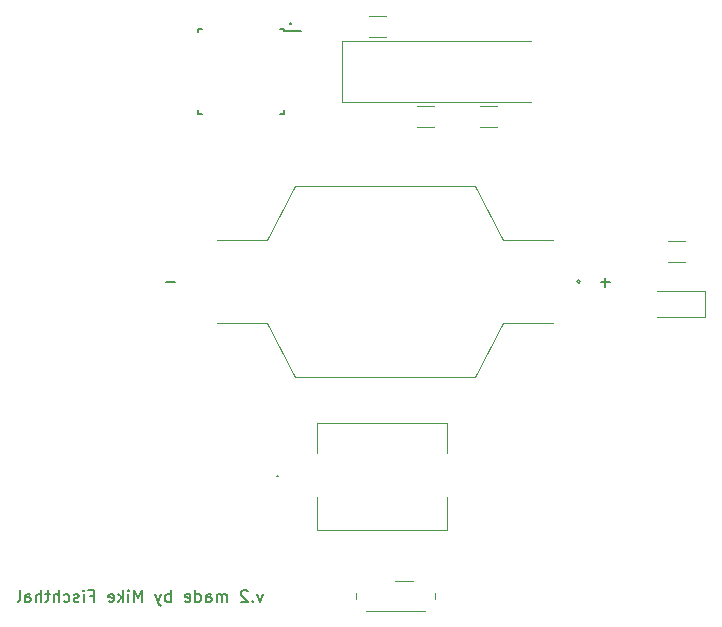
<source format=gbr>
%TF.GenerationSoftware,KiCad,Pcbnew,(6.0.0)*%
%TF.CreationDate,2022-03-26T12:46:50-04:00*%
%TF.ProjectId,old,6f6c642e-6b69-4636-9164-5f7063625858,rev?*%
%TF.SameCoordinates,Original*%
%TF.FileFunction,Legend,Bot*%
%TF.FilePolarity,Positive*%
%FSLAX46Y46*%
G04 Gerber Fmt 4.6, Leading zero omitted, Abs format (unit mm)*
G04 Created by KiCad (PCBNEW (6.0.0)) date 2022-03-26 12:46:50*
%MOMM*%
%LPD*%
G01*
G04 APERTURE LIST*
%ADD10C,0.150000*%
%ADD11C,0.120000*%
%ADD12C,0.200000*%
%ADD13C,0.100000*%
G04 APERTURE END LIST*
D10*
X134817142Y-124245714D02*
X134579047Y-124912380D01*
X134340952Y-124245714D01*
X133960000Y-124817142D02*
X133912380Y-124864761D01*
X133960000Y-124912380D01*
X134007619Y-124864761D01*
X133960000Y-124817142D01*
X133960000Y-124912380D01*
X133531428Y-124007619D02*
X133483809Y-123960000D01*
X133388571Y-123912380D01*
X133150476Y-123912380D01*
X133055238Y-123960000D01*
X133007619Y-124007619D01*
X132960000Y-124102857D01*
X132960000Y-124198095D01*
X133007619Y-124340952D01*
X133579047Y-124912380D01*
X132960000Y-124912380D01*
X131769523Y-124912380D02*
X131769523Y-124245714D01*
X131769523Y-124340952D02*
X131721904Y-124293333D01*
X131626666Y-124245714D01*
X131483809Y-124245714D01*
X131388571Y-124293333D01*
X131340952Y-124388571D01*
X131340952Y-124912380D01*
X131340952Y-124388571D02*
X131293333Y-124293333D01*
X131198095Y-124245714D01*
X131055238Y-124245714D01*
X130960000Y-124293333D01*
X130912380Y-124388571D01*
X130912380Y-124912380D01*
X130007619Y-124912380D02*
X130007619Y-124388571D01*
X130055238Y-124293333D01*
X130150476Y-124245714D01*
X130340952Y-124245714D01*
X130436190Y-124293333D01*
X130007619Y-124864761D02*
X130102857Y-124912380D01*
X130340952Y-124912380D01*
X130436190Y-124864761D01*
X130483809Y-124769523D01*
X130483809Y-124674285D01*
X130436190Y-124579047D01*
X130340952Y-124531428D01*
X130102857Y-124531428D01*
X130007619Y-124483809D01*
X129102857Y-124912380D02*
X129102857Y-123912380D01*
X129102857Y-124864761D02*
X129198095Y-124912380D01*
X129388571Y-124912380D01*
X129483809Y-124864761D01*
X129531428Y-124817142D01*
X129579047Y-124721904D01*
X129579047Y-124436190D01*
X129531428Y-124340952D01*
X129483809Y-124293333D01*
X129388571Y-124245714D01*
X129198095Y-124245714D01*
X129102857Y-124293333D01*
X128245714Y-124864761D02*
X128340952Y-124912380D01*
X128531428Y-124912380D01*
X128626666Y-124864761D01*
X128674285Y-124769523D01*
X128674285Y-124388571D01*
X128626666Y-124293333D01*
X128531428Y-124245714D01*
X128340952Y-124245714D01*
X128245714Y-124293333D01*
X128198095Y-124388571D01*
X128198095Y-124483809D01*
X128674285Y-124579047D01*
X127007619Y-124912380D02*
X127007619Y-123912380D01*
X127007619Y-124293333D02*
X126912380Y-124245714D01*
X126721904Y-124245714D01*
X126626666Y-124293333D01*
X126579047Y-124340952D01*
X126531428Y-124436190D01*
X126531428Y-124721904D01*
X126579047Y-124817142D01*
X126626666Y-124864761D01*
X126721904Y-124912380D01*
X126912380Y-124912380D01*
X127007619Y-124864761D01*
X126198095Y-124245714D02*
X125960000Y-124912380D01*
X125721904Y-124245714D02*
X125960000Y-124912380D01*
X126055238Y-125150476D01*
X126102857Y-125198095D01*
X126198095Y-125245714D01*
X124579047Y-124912380D02*
X124579047Y-123912380D01*
X124245714Y-124626666D01*
X123912380Y-123912380D01*
X123912380Y-124912380D01*
X123436190Y-124912380D02*
X123436190Y-124245714D01*
X123436190Y-123912380D02*
X123483809Y-123960000D01*
X123436190Y-124007619D01*
X123388571Y-123960000D01*
X123436190Y-123912380D01*
X123436190Y-124007619D01*
X122960000Y-124912380D02*
X122960000Y-123912380D01*
X122864761Y-124531428D02*
X122579047Y-124912380D01*
X122579047Y-124245714D02*
X122960000Y-124626666D01*
X121769523Y-124864761D02*
X121864761Y-124912380D01*
X122055238Y-124912380D01*
X122150476Y-124864761D01*
X122198095Y-124769523D01*
X122198095Y-124388571D01*
X122150476Y-124293333D01*
X122055238Y-124245714D01*
X121864761Y-124245714D01*
X121769523Y-124293333D01*
X121721904Y-124388571D01*
X121721904Y-124483809D01*
X122198095Y-124579047D01*
X120198095Y-124388571D02*
X120531428Y-124388571D01*
X120531428Y-124912380D02*
X120531428Y-123912380D01*
X120055238Y-123912380D01*
X119674285Y-124912380D02*
X119674285Y-124245714D01*
X119674285Y-123912380D02*
X119721904Y-123960000D01*
X119674285Y-124007619D01*
X119626666Y-123960000D01*
X119674285Y-123912380D01*
X119674285Y-124007619D01*
X119245714Y-124864761D02*
X119150476Y-124912380D01*
X118960000Y-124912380D01*
X118864761Y-124864761D01*
X118817142Y-124769523D01*
X118817142Y-124721904D01*
X118864761Y-124626666D01*
X118960000Y-124579047D01*
X119102857Y-124579047D01*
X119198095Y-124531428D01*
X119245714Y-124436190D01*
X119245714Y-124388571D01*
X119198095Y-124293333D01*
X119102857Y-124245714D01*
X118960000Y-124245714D01*
X118864761Y-124293333D01*
X117960000Y-124864761D02*
X118055238Y-124912380D01*
X118245714Y-124912380D01*
X118340952Y-124864761D01*
X118388571Y-124817142D01*
X118436190Y-124721904D01*
X118436190Y-124436190D01*
X118388571Y-124340952D01*
X118340952Y-124293333D01*
X118245714Y-124245714D01*
X118055238Y-124245714D01*
X117960000Y-124293333D01*
X117531428Y-124912380D02*
X117531428Y-123912380D01*
X117102857Y-124912380D02*
X117102857Y-124388571D01*
X117150476Y-124293333D01*
X117245714Y-124245714D01*
X117388571Y-124245714D01*
X117483809Y-124293333D01*
X117531428Y-124340952D01*
X116769523Y-124245714D02*
X116388571Y-124245714D01*
X116626666Y-123912380D02*
X116626666Y-124769523D01*
X116579047Y-124864761D01*
X116483809Y-124912380D01*
X116388571Y-124912380D01*
X116055238Y-124912380D02*
X116055238Y-123912380D01*
X115626666Y-124912380D02*
X115626666Y-124388571D01*
X115674285Y-124293333D01*
X115769523Y-124245714D01*
X115912380Y-124245714D01*
X116007619Y-124293333D01*
X116055238Y-124340952D01*
X114721904Y-124912380D02*
X114721904Y-124388571D01*
X114769523Y-124293333D01*
X114864761Y-124245714D01*
X115055238Y-124245714D01*
X115150476Y-124293333D01*
X114721904Y-124864761D02*
X114817142Y-124912380D01*
X115055238Y-124912380D01*
X115150476Y-124864761D01*
X115198095Y-124769523D01*
X115198095Y-124674285D01*
X115150476Y-124579047D01*
X115055238Y-124531428D01*
X114817142Y-124531428D01*
X114721904Y-124483809D01*
X114102857Y-124912380D02*
X114198095Y-124864761D01*
X114245714Y-124769523D01*
X114245714Y-123912380D01*
X137160000Y-75922142D02*
X137112380Y-75969761D01*
X137160000Y-76017380D01*
X137207619Y-75969761D01*
X137160000Y-75922142D01*
X137160000Y-76017380D01*
X127380952Y-97861428D02*
X126619047Y-97861428D01*
X164210952Y-97861428D02*
X163449047Y-97861428D01*
X163830000Y-98242380D02*
X163830000Y-97480476D01*
D11*
%TO.C,Y1*%
X141560000Y-82560000D02*
X141560000Y-77460000D01*
X141560000Y-77460000D02*
X157535000Y-77460000D01*
X157535000Y-82560000D02*
X141560000Y-82560000D01*
D12*
%TO.C,LS1*%
X136030000Y-114300000D02*
X136030000Y-114300000D01*
X136130000Y-114300000D02*
X136130000Y-114300000D01*
X136030000Y-114300000D02*
X136030000Y-114300000D01*
D13*
X150430000Y-112300000D02*
X150430000Y-109800000D01*
X150430000Y-109800000D02*
X139430000Y-109800000D01*
X139430000Y-109800000D02*
X139430000Y-112300000D01*
X150430000Y-116050000D02*
X150430000Y-118800000D01*
X150430000Y-118800000D02*
X139430000Y-118800000D01*
X139430000Y-118800000D02*
X139430000Y-116050000D01*
D12*
X136130000Y-114300000D02*
G75*
G03*
X136030000Y-114300000I-50000J0D01*
G01*
X136030000Y-114300000D02*
G75*
G03*
X136130000Y-114300000I50000J0D01*
G01*
X136130000Y-114300000D02*
G75*
G03*
X136030000Y-114300000I-50000J0D01*
G01*
D13*
%TO.C,S1*%
X147550000Y-123130000D02*
X146050000Y-123130000D01*
X148550000Y-125730000D02*
X143550000Y-125730000D01*
X149400000Y-124680000D02*
X149400000Y-124180000D01*
X142700000Y-124680000D02*
X142700000Y-124180000D01*
D11*
%TO.C,R1*%
X145227064Y-75290000D02*
X143772936Y-75290000D01*
X145227064Y-77110000D02*
X143772936Y-77110000D01*
%TO.C,C2*%
X154673752Y-84730000D02*
X153251248Y-84730000D01*
X154673752Y-82910000D02*
X153251248Y-82910000D01*
%TO.C,D5*%
X168162500Y-98560000D02*
X172222500Y-98560000D01*
X172222500Y-100830000D02*
X168162500Y-100830000D01*
X172222500Y-98560000D02*
X172222500Y-100830000D01*
%TO.C,C1*%
X147878748Y-82910000D02*
X149301252Y-82910000D01*
X147878748Y-84730000D02*
X149301252Y-84730000D01*
%TO.C,R6*%
X169097936Y-94340000D02*
X170552064Y-94340000D01*
X169097936Y-96160000D02*
X170552064Y-96160000D01*
D13*
%TO.C,BT1*%
X137537500Y-89740000D02*
X135157500Y-94290000D01*
X155157500Y-101290000D02*
X152777500Y-105840000D01*
X137537500Y-105840000D02*
X135157500Y-101290000D01*
X152777500Y-105840000D02*
X137537500Y-105840000D01*
X135157500Y-94290000D02*
X130907500Y-94290000D01*
D12*
X161557500Y-97890000D02*
X161557500Y-97890000D01*
D13*
X159407500Y-94290000D02*
X155157500Y-94290000D01*
X152777500Y-89740000D02*
X137537500Y-89740000D01*
D12*
X161557500Y-97690000D02*
X161557500Y-97690000D01*
D13*
X159407500Y-101290000D02*
X155157500Y-101290000D01*
X135157500Y-101290000D02*
X130907500Y-101290000D01*
X155157500Y-94290000D02*
X152777500Y-89740000D01*
D12*
X161557500Y-97690000D02*
G75*
G03*
X161557500Y-97890000I0J-100000D01*
G01*
X161557500Y-97890000D02*
G75*
G03*
X161557500Y-97690000I0J100000D01*
G01*
D10*
%TO.C,U1*%
X129372500Y-83635000D02*
X129697500Y-83635000D01*
X136622500Y-83635000D02*
X136297500Y-83635000D01*
X136622500Y-76610000D02*
X138047500Y-76610000D01*
X129372500Y-76385000D02*
X129372500Y-76710000D01*
X129372500Y-76385000D02*
X129697500Y-76385000D01*
X136622500Y-83635000D02*
X136622500Y-83310000D01*
X136622500Y-76385000D02*
X136297500Y-76385000D01*
X136622500Y-76385000D02*
X136622500Y-76610000D01*
X129372500Y-83635000D02*
X129372500Y-83310000D01*
%TD*%
M02*

</source>
